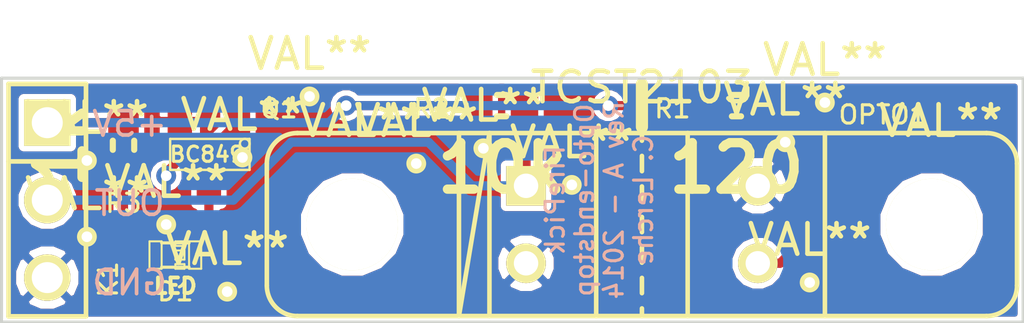
<source format=kicad_pcb>
(kicad_pcb (version 3) (host pcbnew "(2013-07-07 BZR 4022)-stable")

  (general
    (links 24)
    (no_connects 0)
    (area 175.487223 163.065 209.512777 174.146201)
    (thickness 1.6)
    (drawings 9)
    (tracks 35)
    (zones 0)
    (modules 21)
    (nets 7)
  )

  (page A3)
  (layers
    (15 F.Cu signal)
    (0 B.Cu signal)
    (16 B.Adhes user)
    (17 F.Adhes user)
    (18 B.Paste user)
    (19 F.Paste user)
    (20 B.SilkS user)
    (21 F.SilkS user)
    (22 B.Mask user)
    (23 F.Mask user)
    (24 Dwgs.User user)
    (25 Cmts.User user)
    (26 Eco1.User user)
    (27 Eco2.User user)
    (28 Edge.Cuts user)
  )

  (setup
    (last_trace_width 0.16)
    (user_trace_width 0.16)
    (user_trace_width 0.2)
    (user_trace_width 0.254)
    (user_trace_width 0.3)
    (user_trace_width 0.4)
    (user_trace_width 0.5)
    (user_trace_width 0.6)
    (trace_clearance 0.16)
    (zone_clearance 0.18)
    (zone_45_only no)
    (trace_min 0.16)
    (segment_width 0.2)
    (edge_width 0)
    (via_size 0.65)
    (via_drill 0.35)
    (via_min_size 0.65)
    (via_min_drill 0.35)
    (user_via 0.65 0.35)
    (user_via 0.7 0.4)
    (user_via 0.8 0)
    (uvia_size 0.508)
    (uvia_drill 0.127)
    (uvias_allowed no)
    (uvia_min_size 0.508)
    (uvia_min_drill 0.127)
    (pcb_text_width 0.3)
    (pcb_text_size 1.5 1.5)
    (mod_edge_width 0.15)
    (mod_text_size 1 1)
    (mod_text_width 0.15)
    (pad_size 1.3 1.3)
    (pad_drill 0.8)
    (pad_to_mask_clearance 0)
    (aux_axis_origin 175.7 174.1)
    (visible_elements 7FFF7FFF)
    (pcbplotparams
      (layerselection 3178497)
      (usegerberextensions true)
      (excludeedgelayer true)
      (linewidth 0.150000)
      (plotframeref false)
      (viasonmask false)
      (mode 1)
      (useauxorigin false)
      (hpglpennumber 1)
      (hpglpenspeed 20)
      (hpglpendiameter 15)
      (hpglpenoverlay 2)
      (psnegative false)
      (psa4output false)
      (plotreference true)
      (plotvalue true)
      (plotothertext true)
      (plotinvisibletext false)
      (padsonsilk false)
      (subtractmaskfromsilk false)
      (outputformat 1)
      (mirror false)
      (drillshape 1)
      (scaleselection 1)
      (outputdirectory ""))
  )

  (net 0 "")
  (net 1 +5V)
  (net 2 GND)
  (net 3 N-000002)
  (net 4 N-000003)
  (net 5 N-000005)
  (net 6 OPTO_OUT)

  (net_class Default "This is the default net class."
    (clearance 0.16)
    (trace_width 0.16)
    (via_dia 0.65)
    (via_drill 0.35)
    (uvia_dia 0.508)
    (uvia_drill 0.127)
    (add_net "")
    (add_net +5V)
    (add_net GND)
    (add_net N-000002)
    (add_net N-000003)
    (add_net N-000005)
    (add_net OPTO_OUT)
  )

  (module PIN_ARRAY_3X1 (layer F.Cu) (tedit 53BD46B8) (tstamp 53BD4479)
    (at 177.2 170.1 270)
    (descr "Connecteur 3 pins")
    (tags "CONN DEV")
    (path /53BD44FF)
    (fp_text reference K1 (at 2.6 -2 270) (layer F.SilkS)
      (effects (font (size 0.6 0.6) (thickness 0.1)))
    )
    (fp_text value CONN_3 (at 0 -2.159 270) (layer F.SilkS) hide
      (effects (font (size 1.016 1.016) (thickness 0.1524)))
    )
    (fp_line (start -3.81 1.27) (end -3.81 -1.27) (layer F.SilkS) (width 0.1524))
    (fp_line (start -3.81 -1.27) (end 3.81 -1.27) (layer F.SilkS) (width 0.1524))
    (fp_line (start 3.81 -1.27) (end 3.81 1.27) (layer F.SilkS) (width 0.1524))
    (fp_line (start 3.81 1.27) (end -3.81 1.27) (layer F.SilkS) (width 0.1524))
    (fp_line (start -1.27 -1.27) (end -1.27 1.27) (layer F.SilkS) (width 0.1524))
    (pad 1 thru_hole rect (at -2.54 0 270) (size 1.524 1.524) (drill 1.016)
      (layers *.Cu *.Mask F.SilkS)
      (net 1 +5V)
    )
    (pad 2 thru_hole circle (at 0 0 270) (size 1.524 1.524) (drill 1.016)
      (layers *.Cu *.Mask F.SilkS)
      (net 6 OPTO_OUT)
    )
    (pad 3 thru_hole circle (at 2.54 0 270) (size 1.524 1.524) (drill 1.016)
      (layers *.Cu *.Mask F.SilkS)
      (net 2 GND)
    )
    (model pin_array/pins_array_3x1.wrl
      (at (xyz 0 0 0))
      (scale (xyz 1 1 1))
      (rotate (xyz 0 0 0))
    )
  )

  (module Lerche_TCST2103 (layer F.Cu) (tedit 53BD46EA) (tstamp 53BD4498)
    (at 196.7 170.9)
    (path /53BD3FED)
    (fp_text reference OPTO1 (at 7.9 -3.6) (layer F.SilkS)
      (effects (font (size 0.6 0.6) (thickness 0.1)))
    )
    (fp_text value TCST2103 (at 0 -4.5) (layer F.SilkS)
      (effects (font (size 1 1) (thickness 0.15)))
    )
    (fp_line (start 0 2.75) (end 0 3) (layer F.SilkS) (width 0.15))
    (fp_line (start 0 1.75) (end 0 2.25) (layer F.SilkS) (width 0.15))
    (fp_line (start 0 0.75) (end 0 1.25) (layer F.SilkS) (width 0.15))
    (fp_line (start 0 -2.75) (end 0 -3) (layer F.SilkS) (width 0.15))
    (fp_line (start 0 -1.75) (end 0 -2.25) (layer F.SilkS) (width 0.15))
    (fp_line (start 0 -0.75) (end 0 -1.25) (layer F.SilkS) (width 0.15))
    (fp_line (start 0 0.25) (end 0 -0.25) (layer F.SilkS) (width 0.15))
    (fp_line (start -12.3 2) (end -12.3 -2) (layer F.SilkS) (width 0.15))
    (fp_line (start 11.3 3) (end -11.3 3) (layer F.SilkS) (width 0.15))
    (fp_line (start 12.3 -2) (end 12.3 2) (layer F.SilkS) (width 0.15))
    (fp_line (start -11.3 -3) (end 11.3 -3) (layer F.SilkS) (width 0.15))
    (fp_arc (start -11.3 -2) (end -12.3 -2) (angle 90) (layer F.SilkS) (width 0.15))
    (fp_arc (start -11.3 2) (end -11.3 3) (angle 90) (layer F.SilkS) (width 0.15))
    (fp_arc (start 11.3 2) (end 12.3 2) (angle 90) (layer F.SilkS) (width 0.15))
    (fp_arc (start 11.3 -2) (end 11.3 -3) (angle 90) (layer F.SilkS) (width 0.15))
    (fp_line (start -6 3) (end -5 -3) (layer F.SilkS) (width 0.15))
    (fp_line (start -5 -3) (end -5 3) (layer F.SilkS) (width 0.15))
    (fp_line (start 6 -3) (end 6 3) (layer F.SilkS) (width 0.15))
    (fp_line (start -6 -3) (end -6 3) (layer F.SilkS) (width 0.15))
    (fp_line (start 1.5 -3) (end 1.5 3) (layer F.SilkS) (width 0.15))
    (fp_line (start -1.5 -3) (end -1.5 3) (layer F.SilkS) (width 0.15))
    (fp_circle (center 9.5 0) (end 7.8 0) (layer Cmts.User) (width 0.15))
    (fp_circle (center -9.5 0) (end -7.8 0) (layer Cmts.User) (width 0.15))
    (pad 1 thru_hole rect (at -3.8 -1.27) (size 1.3 1.3) (drill 0.8)
      (layers *.Cu *.Mask F.SilkS)
      (net 6 OPTO_OUT)
    )
    (pad 2 thru_hole circle (at -3.8 1.27) (size 1.3 1.3) (drill 0.8)
      (layers *.Cu *.Mask F.SilkS)
      (net 2 GND)
    )
    (pad 3 thru_hole circle (at 3.8 1.27) (size 1.3 1.3) (drill 0.8)
      (layers *.Cu *.Mask F.SilkS)
      (net 5 N-000005)
    )
    (pad 4 thru_hole circle (at 3.8 -1.27) (size 1.3 1.3) (drill 0.8)
      (layers *.Cu *.Mask F.SilkS)
      (net 2 GND)
    )
  )

  (module Lerche_R0603 (layer F.Cu) (tedit 53BD46E0) (tstamp 53BD44A0)
    (at 199.8 167 180)
    (path /53BD4026)
    (fp_text reference R1 (at 2.1 -0.1 180) (layer F.SilkS)
      (effects (font (size 0.6 0.6) (thickness 0.1)))
    )
    (fp_text value 120 (at 0 -2.04978 180) (layer F.SilkS)
      (effects (font (size 1.524 1.524) (thickness 0.3048)))
    )
    (fp_line (start -0.14986 0.35052) (end 0.14986 0.35052) (layer F.SilkS) (width 0.20066))
    (fp_line (start -0.14986 -0.35052) (end 0.14986 -0.35052) (layer F.SilkS) (width 0.20066))
    (pad 1 smd rect (at -0.7493 0 90) (size 1 0.9)
      (layers F.Cu F.Paste F.Mask)
      (net 5 N-000005)
    )
    (pad 2 smd rect (at 0.7493 0 90) (size 1 0.9)
      (layers F.Cu F.Paste F.Mask)
      (net 1 +5V)
    )
  )

  (module Lerche_R0603 (layer F.Cu) (tedit 53BD46CD) (tstamp 53BD44A8)
    (at 192.1 167 180)
    (path /53BD4033)
    (fp_text reference R2 (at 2.3 -0.1 180) (layer F.SilkS)
      (effects (font (size 0.6 0.6) (thickness 0.1)))
    )
    (fp_text value 10k (at 0 -2.04978 180) (layer F.SilkS)
      (effects (font (size 1.524 1.524) (thickness 0.3048)))
    )
    (fp_line (start -0.14986 0.35052) (end 0.14986 0.35052) (layer F.SilkS) (width 0.20066))
    (fp_line (start -0.14986 -0.35052) (end 0.14986 -0.35052) (layer F.SilkS) (width 0.20066))
    (pad 1 smd rect (at -0.7493 0 90) (size 1 0.9)
      (layers F.Cu F.Paste F.Mask)
      (net 6 OPTO_OUT)
    )
    (pad 2 smd rect (at 0.7493 0 90) (size 1 0.9)
      (layers F.Cu F.Paste F.Mask)
      (net 1 +5V)
    )
  )

  (module Lerche_R0603 (layer F.Cu) (tedit 53BD46C1) (tstamp 53BD44B0)
    (at 179.7 168.3 90)
    (path /53BD41A8)
    (fp_text reference R3 (at -1.9 0 180) (layer F.SilkS)
      (effects (font (size 0.6 0.6) (thickness 0.1)))
    )
    (fp_text value 1k (at 0 -2.04978 90) (layer F.SilkS)
      (effects (font (size 1.524 1.524) (thickness 0.3048)))
    )
    (fp_line (start -0.14986 0.35052) (end 0.14986 0.35052) (layer F.SilkS) (width 0.20066))
    (fp_line (start -0.14986 -0.35052) (end 0.14986 -0.35052) (layer F.SilkS) (width 0.20066))
    (pad 1 smd rect (at -0.7493 0) (size 1 0.9)
      (layers F.Cu F.Paste F.Mask)
      (net 4 N-000003)
    )
    (pad 2 smd rect (at 0.7493 0) (size 1 0.9)
      (layers F.Cu F.Paste F.Mask)
      (net 1 +5V)
    )
  )

  (module LED-0603 (layer F.Cu) (tedit 53BD46B3) (tstamp 53BD44CC)
    (at 181.4 171.9)
    (descr "LED 0603 smd package")
    (tags "LED led 0603 SMD smd SMT smt smdled SMDLED smtled SMTLED")
    (path /53BD419B)
    (attr smd)
    (fp_text reference D1 (at 0 1.2) (layer F.SilkS)
      (effects (font (size 0.6 0.6) (thickness 0.1)))
    )
    (fp_text value LED (at 0 1.016) (layer F.SilkS)
      (effects (font (size 0.508 0.508) (thickness 0.127)))
    )
    (fp_line (start 0.44958 -0.44958) (end 0.44958 0.44958) (layer F.SilkS) (width 0.06604))
    (fp_line (start 0.44958 0.44958) (end 0.84836 0.44958) (layer F.SilkS) (width 0.06604))
    (fp_line (start 0.84836 -0.44958) (end 0.84836 0.44958) (layer F.SilkS) (width 0.06604))
    (fp_line (start 0.44958 -0.44958) (end 0.84836 -0.44958) (layer F.SilkS) (width 0.06604))
    (fp_line (start -0.84836 -0.44958) (end -0.84836 0.44958) (layer F.SilkS) (width 0.06604))
    (fp_line (start -0.84836 0.44958) (end -0.44958 0.44958) (layer F.SilkS) (width 0.06604))
    (fp_line (start -0.44958 -0.44958) (end -0.44958 0.44958) (layer F.SilkS) (width 0.06604))
    (fp_line (start -0.84836 -0.44958) (end -0.44958 -0.44958) (layer F.SilkS) (width 0.06604))
    (fp_line (start 0 -0.44958) (end 0 -0.29972) (layer F.SilkS) (width 0.06604))
    (fp_line (start 0 -0.29972) (end 0.29972 -0.29972) (layer F.SilkS) (width 0.06604))
    (fp_line (start 0.29972 -0.44958) (end 0.29972 -0.29972) (layer F.SilkS) (width 0.06604))
    (fp_line (start 0 -0.44958) (end 0.29972 -0.44958) (layer F.SilkS) (width 0.06604))
    (fp_line (start 0 0.29972) (end 0 0.44958) (layer F.SilkS) (width 0.06604))
    (fp_line (start 0 0.44958) (end 0.29972 0.44958) (layer F.SilkS) (width 0.06604))
    (fp_line (start 0.29972 0.29972) (end 0.29972 0.44958) (layer F.SilkS) (width 0.06604))
    (fp_line (start 0 0.29972) (end 0.29972 0.29972) (layer F.SilkS) (width 0.06604))
    (fp_line (start 0 -0.14986) (end 0 0.14986) (layer F.SilkS) (width 0.06604))
    (fp_line (start 0 0.14986) (end 0.29972 0.14986) (layer F.SilkS) (width 0.06604))
    (fp_line (start 0.29972 -0.14986) (end 0.29972 0.14986) (layer F.SilkS) (width 0.06604))
    (fp_line (start 0 -0.14986) (end 0.29972 -0.14986) (layer F.SilkS) (width 0.06604))
    (fp_line (start 0.44958 -0.39878) (end -0.44958 -0.39878) (layer F.SilkS) (width 0.1016))
    (fp_line (start 0.44958 0.39878) (end -0.44958 0.39878) (layer F.SilkS) (width 0.1016))
    (pad 1 smd rect (at -0.7493 0) (size 0.79756 0.79756)
      (layers F.Cu F.Paste F.Mask)
      (net 4 N-000003)
    )
    (pad 2 smd rect (at 0.7493 0) (size 0.79756 0.79756)
      (layers F.Cu F.Paste F.Mask)
      (net 3 N-000002)
    )
  )

  (module SOT23 (layer F.Cu) (tedit 53BD46DA) (tstamp 53BD455B)
    (at 182.5 168.6 180)
    (tags SOT23)
    (path /53BD4106)
    (fp_text reference Q1 (at -2.3 1.5 180) (layer F.SilkS)
      (effects (font (size 0.6 0.6) (thickness 0.1)))
    )
    (fp_text value BC849 (at 0.0635 0 180) (layer F.SilkS)
      (effects (font (size 0.50038 0.50038) (thickness 0.09906)))
    )
    (fp_circle (center -1.17602 0.35052) (end -1.30048 0.44958) (layer F.SilkS) (width 0.07874))
    (fp_line (start 1.27 -0.508) (end 1.27 0.508) (layer F.SilkS) (width 0.07874))
    (fp_line (start -1.3335 -0.508) (end -1.3335 0.508) (layer F.SilkS) (width 0.07874))
    (fp_line (start 1.27 0.508) (end -1.3335 0.508) (layer F.SilkS) (width 0.07874))
    (fp_line (start -1.3335 -0.508) (end 1.27 -0.508) (layer F.SilkS) (width 0.07874))
    (pad 3 smd rect (at 0 -1.09982 180) (size 0.8001 1.00076)
      (layers F.Cu F.Paste F.Mask)
      (net 3 N-000002)
    )
    (pad 2 smd rect (at 0.9525 1.09982 180) (size 0.8001 1.00076)
      (layers F.Cu F.Paste F.Mask)
      (net 2 GND)
    )
    (pad 1 smd rect (at -0.9525 1.09982 180) (size 0.8001 1.00076)
      (layers F.Cu F.Paste F.Mask)
      (net 6 OPTO_OUT)
    )
    (model smd\SOT23_3.wrl
      (at (xyz 0 0 0))
      (scale (xyz 0.4 0.4 0.4))
      (rotate (xyz 0 0 180))
    )
  )

  (module Lerche_Hole_Mechanical_3mm (layer F.Cu) (tedit 53BD485D) (tstamp 53BD5401)
    (at 187.2 170.9)
    (fp_text reference "" (at 0.4 -5.2) (layer F.SilkS)
      (effects (font (size 1 1) (thickness 0.15)))
    )
    (fp_text value VAL** (at 0.3 -3.4) (layer F.SilkS)
      (effects (font (size 1 1) (thickness 0.15)))
    )
    (pad "" np_thru_hole circle (at 0 0) (size 3 3) (drill 3)
      (layers *.Cu *.Mask F.SilkS)
    )
  )

  (module Lerche_Hole_Mechanical_3mm (layer F.Cu) (tedit 53BD4855) (tstamp 53BD540A)
    (at 206.2 170.9)
    (fp_text reference "" (at 0.4 -5.2) (layer F.SilkS)
      (effects (font (size 1 1) (thickness 0.15)))
    )
    (fp_text value VAL** (at 0.3 -3.4) (layer F.SilkS)
      (effects (font (size 1 1) (thickness 0.15)))
    )
    (pad "" np_thru_hole circle (at 0 0) (size 3 3) (drill 3)
      (layers *.Cu *.Mask F.SilkS)
    )
  )

  (module Lerche_via_0.35_GND_MaskOver (layer F.Cu) (tedit 53BD4878) (tstamp 53BD5F20)
    (at 181.1 170.9)
    (fp_text reference "" (at 0 -2.9) (layer F.SilkS)
      (effects (font (size 1 1) (thickness 0.15)))
    )
    (fp_text value VAL** (at 0 -1.4) (layer F.SilkS)
      (effects (font (size 1 1) (thickness 0.15)))
    )
    (pad "" thru_hole circle (at 0 0) (size 0.65 0.65) (drill 0.35)
      (layers *.Cu *.Mask F.SilkS)
      (net 2 GND)
      (solder_mask_margin -0.4)
      (clearance 0.001)
      (zone_connect 2)
    )
  )

  (module Lerche_via_0.35_GND_MaskOver (layer F.Cu) (tedit 53BD4893) (tstamp 53BD6A40)
    (at 183.6 168.7)
    (fp_text reference "" (at 0 -2.9) (layer F.SilkS)
      (effects (font (size 1 1) (thickness 0.15)))
    )
    (fp_text value VAL** (at 0 -1.4) (layer F.SilkS)
      (effects (font (size 1 1) (thickness 0.15)))
    )
    (pad "" thru_hole circle (at 0 0) (size 0.65 0.65) (drill 0.35)
      (layers *.Cu *.Mask F.SilkS)
      (net 2 GND)
      (solder_mask_margin -0.4)
      (clearance 0.001)
      (zone_connect 2)
    )
  )

  (module Lerche_via_0.35_GND_MaskOver (layer F.Cu) (tedit 53BD4893) (tstamp 53BD6A49)
    (at 189.3 168.9)
    (fp_text reference "" (at 0 -2.9) (layer F.SilkS)
      (effects (font (size 1 1) (thickness 0.15)))
    )
    (fp_text value VAL** (at 0 -1.4) (layer F.SilkS)
      (effects (font (size 1 1) (thickness 0.15)))
    )
    (pad "" thru_hole circle (at 0 0) (size 0.65 0.65) (drill 0.35)
      (layers *.Cu *.Mask F.SilkS)
      (net 2 GND)
      (solder_mask_margin -0.4)
      (clearance 0.001)
      (zone_connect 2)
    )
  )

  (module Lerche_via_0.35_GND_MaskOver (layer F.Cu) (tedit 53BD4893) (tstamp 53BD6A52)
    (at 191.5 168.4)
    (fp_text reference "" (at 0 -2.9) (layer F.SilkS)
      (effects (font (size 1 1) (thickness 0.15)))
    )
    (fp_text value VAL** (at 0 -1.4) (layer F.SilkS)
      (effects (font (size 1 1) (thickness 0.15)))
    )
    (pad "" thru_hole circle (at 0 0) (size 0.65 0.65) (drill 0.35)
      (layers *.Cu *.Mask F.SilkS)
      (net 2 GND)
      (solder_mask_margin -0.4)
      (clearance 0.001)
      (zone_connect 2)
    )
  )

  (module Lerche_via_0.35_GND_MaskOver (layer F.Cu) (tedit 53BD4893) (tstamp 53BD6A5B)
    (at 201.4 168.2)
    (fp_text reference "" (at 0 -2.9) (layer F.SilkS)
      (effects (font (size 1 1) (thickness 0.15)))
    )
    (fp_text value VAL** (at 0 -1.4) (layer F.SilkS)
      (effects (font (size 1 1) (thickness 0.15)))
    )
    (pad "" thru_hole circle (at 0 0) (size 0.65 0.65) (drill 0.35)
      (layers *.Cu *.Mask F.SilkS)
      (net 2 GND)
      (solder_mask_margin -0.4)
      (clearance 0.001)
      (zone_connect 2)
    )
  )

  (module Lerche_via_0.35_GND_MaskOver (layer F.Cu) (tedit 53BD4893) (tstamp 53BD6A64)
    (at 202.7 166.9)
    (fp_text reference "" (at 0 -2.9) (layer F.SilkS)
      (effects (font (size 1 1) (thickness 0.15)))
    )
    (fp_text value VAL** (at 0 -1.4) (layer F.SilkS)
      (effects (font (size 1 1) (thickness 0.15)))
    )
    (pad "" thru_hole circle (at 0 0) (size 0.65 0.65) (drill 0.35)
      (layers *.Cu *.Mask F.SilkS)
      (net 2 GND)
      (solder_mask_margin -0.4)
      (clearance 0.001)
      (zone_connect 2)
    )
  )

  (module Lerche_via_0.35_GND_MaskOver (layer F.Cu) (tedit 53BD4893) (tstamp 53BD6A6D)
    (at 202.2 172.8)
    (fp_text reference "" (at 0 -2.9) (layer F.SilkS)
      (effects (font (size 1 1) (thickness 0.15)))
    )
    (fp_text value VAL** (at 0 -1.4) (layer F.SilkS)
      (effects (font (size 1 1) (thickness 0.15)))
    )
    (pad "" thru_hole circle (at 0 0) (size 0.65 0.65) (drill 0.35)
      (layers *.Cu *.Mask F.SilkS)
      (net 2 GND)
      (solder_mask_margin -0.4)
      (clearance 0.001)
      (zone_connect 2)
    )
  )

  (module Lerche_via_0.35_GND_MaskOver (layer F.Cu) (tedit 53BD4893) (tstamp 53BD6A76)
    (at 194.4 169.6)
    (fp_text reference "" (at 0 -2.9) (layer F.SilkS)
      (effects (font (size 1 1) (thickness 0.15)))
    )
    (fp_text value VAL** (at 0 -1.4) (layer F.SilkS)
      (effects (font (size 1 1) (thickness 0.15)))
    )
    (pad "" thru_hole circle (at 0 0) (size 0.65 0.65) (drill 0.35)
      (layers *.Cu *.Mask F.SilkS)
      (net 2 GND)
      (solder_mask_margin -0.4)
      (clearance 0.001)
      (zone_connect 2)
    )
  )

  (module Lerche_via_0.35_GND_MaskOver (layer F.Cu) (tedit 53BD4893) (tstamp 53BD6A7F)
    (at 183.1 173.1)
    (fp_text reference "" (at 0 -2.9) (layer F.SilkS)
      (effects (font (size 1 1) (thickness 0.15)))
    )
    (fp_text value VAL** (at 0 -1.4) (layer F.SilkS)
      (effects (font (size 1 1) (thickness 0.15)))
    )
    (pad "" thru_hole circle (at 0 0) (size 0.65 0.65) (drill 0.35)
      (layers *.Cu *.Mask F.SilkS)
      (net 2 GND)
      (solder_mask_margin -0.4)
      (clearance 0.001)
      (zone_connect 2)
    )
  )

  (module Lerche_via_0.35_GND_MaskOver (layer F.Cu) (tedit 53BD4893) (tstamp 53BD6A88)
    (at 178.5 171.3)
    (fp_text reference "" (at 0 -2.9) (layer F.SilkS)
      (effects (font (size 1 1) (thickness 0.15)))
    )
    (fp_text value VAL** (at 0 -1.4) (layer F.SilkS)
      (effects (font (size 1 1) (thickness 0.15)))
    )
    (pad "" thru_hole circle (at 0 0) (size 0.65 0.65) (drill 0.35)
      (layers *.Cu *.Mask F.SilkS)
      (net 2 GND)
      (solder_mask_margin -0.4)
      (clearance 0.001)
      (zone_connect 2)
    )
  )

  (module Lerche_via_0.35_GND_MaskOver (layer F.Cu) (tedit 53BD4893) (tstamp 53BD6A91)
    (at 178.5 168.8)
    (fp_text reference "" (at 0 -2.9) (layer F.SilkS)
      (effects (font (size 1 1) (thickness 0.15)))
    )
    (fp_text value VAL** (at 0 -1.4) (layer F.SilkS)
      (effects (font (size 1 1) (thickness 0.15)))
    )
    (pad "" thru_hole circle (at 0 0) (size 0.65 0.65) (drill 0.35)
      (layers *.Cu *.Mask F.SilkS)
      (net 2 GND)
      (solder_mask_margin -0.4)
      (clearance 0.001)
      (zone_connect 2)
    )
  )

  (module Lerche_via_0.35_GND_MaskOver (layer F.Cu) (tedit 53BD4893) (tstamp 53BD6A9A)
    (at 185.8 166.7)
    (fp_text reference "" (at 0 -2.9) (layer F.SilkS)
      (effects (font (size 1 1) (thickness 0.15)))
    )
    (fp_text value VAL** (at 0 -1.4) (layer F.SilkS)
      (effects (font (size 1 1) (thickness 0.15)))
    )
    (pad "" thru_hole circle (at 0 0) (size 0.65 0.65) (drill 0.35)
      (layers *.Cu *.Mask F.SilkS)
      (net 2 GND)
      (solder_mask_margin -0.4)
      (clearance 0.001)
      (zone_connect 2)
    )
  )

  (gr_text GND (at 179.9 172.8) (layer B.SilkS)
    (effects (font (size 0.8 0.8) (thickness 0.12)) (justify mirror))
  )
  (gr_text OUT (at 179.9 170.2) (layer B.SilkS)
    (effects (font (size 0.8 0.8) (thickness 0.12)) (justify mirror))
  )
  (gr_text +5V (at 179.9 167.6) (layer B.SilkS)
    (effects (font (size 0.8 0.8) (thickness 0.12)) (justify mirror))
  )
  (gr_text "FirePick\nOpto-endstop\nRev A - 2014\nC. Lerche" (at 195.3 170.1 90) (layer B.SilkS)
    (effects (font (size 0.6 0.6) (thickness 0.1)) (justify mirror))
  )
  (gr_line (start 196.7 167.7) (end 196.7 166.3) (angle 90) (layer F.SilkS) (width 0.4))
  (gr_line (start 175.7 174.1) (end 175.7 166.1) (angle 90) (layer Edge.Cuts))
  (gr_line (start 209.2 174.1) (end 175.7 174.1) (angle 90) (layer Edge.Cuts))
  (gr_line (start 209.2 166.1) (end 209.2 174.1) (angle 90) (layer Edge.Cuts))
  (gr_line (start 175.7 166.1) (end 209.2 166.1) (angle 90) (layer Edge.Cuts))

  (segment (start 187 167) (end 195.6 167) (width 0.3) (layer B.Cu) (net 1))
  (segment (start 195.6 167) (end 199.0507 167) (width 0.3) (layer F.Cu) (net 1) (tstamp 53BD48E5))
  (via (at 195.6 167) (size 0.65) (drill 0.35) (layers F.Cu B.Cu) (net 1))
  (segment (start 177.2 167.56) (end 186.44 167.56) (width 0.3) (layer B.Cu) (net 1))
  (segment (start 187 167) (end 191.3507 167) (width 0.3) (layer F.Cu) (net 1) (tstamp 53BD48E0))
  (via (at 187 167) (size 0.65) (drill 0.35) (layers F.Cu B.Cu) (net 1))
  (segment (start 186.44 167.56) (end 187 167) (width 0.3) (layer B.Cu) (net 1) (tstamp 53BD48DD))
  (segment (start 177.2 167.56) (end 179.6907 167.56) (width 0.3) (layer F.Cu) (net 1))
  (segment (start 179.6907 167.56) (end 179.7 167.5507) (width 0.3) (layer F.Cu) (net 1) (tstamp 53BD48C7))
  (segment (start 182.1493 171.9) (end 182.1493 170.9507) (width 0.3) (layer F.Cu) (net 3))
  (segment (start 182.5 170.6) (end 182.5 169.69982) (width 0.3) (layer F.Cu) (net 3) (tstamp 53BD48D4))
  (segment (start 182.1493 170.9507) (end 182.5 170.6) (width 0.3) (layer F.Cu) (net 3) (tstamp 53BD48D3))
  (segment (start 180.6507 171.9) (end 180 171.9) (width 0.3) (layer F.Cu) (net 4))
  (segment (start 179.7 171.6) (end 179.7 169.0493) (width 0.3) (layer F.Cu) (net 4) (tstamp 53BD48D8))
  (segment (start 180 171.9) (end 179.7 171.6) (width 0.3) (layer F.Cu) (net 4) (tstamp 53BD48D7))
  (segment (start 200.5 172.17) (end 201.23 172.17) (width 0.3) (layer F.Cu) (net 5))
  (segment (start 201.6 167) (end 200.5493 167) (width 0.3) (layer F.Cu) (net 5) (tstamp 53BD48D0))
  (segment (start 202.4 167.8) (end 201.6 167) (width 0.3) (layer F.Cu) (net 5) (tstamp 53BD48CF))
  (segment (start 202.4 171) (end 202.4 167.8) (width 0.3) (layer F.Cu) (net 5) (tstamp 53BD48CE))
  (segment (start 201.23 172.17) (end 202.4 171) (width 0.3) (layer F.Cu) (net 5) (tstamp 53BD48CD))
  (segment (start 183.4525 167.50018) (end 183.4525 167.5475) (width 0.3) (layer F.Cu) (net 6))
  (segment (start 181.1 169.3) (end 181.1 170.1) (width 0.3) (layer B.Cu) (net 6) (tstamp 53BD48FD))
  (via (at 181.1 169.3) (size 0.65) (drill 0.35) (layers F.Cu B.Cu) (net 6))
  (segment (start 181.1 169.2) (end 181.1 169.3) (width 0.3) (layer F.Cu) (net 6) (tstamp 53BD48FA))
  (segment (start 181.7 168.6) (end 181.1 169.2) (width 0.3) (layer F.Cu) (net 6) (tstamp 53BD48F9))
  (segment (start 182.4 168.6) (end 181.7 168.6) (width 0.3) (layer F.Cu) (net 6) (tstamp 53BD48F8))
  (segment (start 183.4525 167.5475) (end 182.4 168.6) (width 0.3) (layer F.Cu) (net 6) (tstamp 53BD48F7))
  (segment (start 192.9 169.63) (end 191.13 169.63) (width 0.3) (layer B.Cu) (net 6))
  (segment (start 183.3 170.1) (end 181.1 170.1) (width 0.3) (layer B.Cu) (net 6) (tstamp 53BD48F3))
  (segment (start 181.1 170.1) (end 177.2 170.1) (width 0.3) (layer B.Cu) (net 6) (tstamp 53BD4900))
  (segment (start 185.2 168.2) (end 183.3 170.1) (width 0.3) (layer B.Cu) (net 6) (tstamp 53BD48F1))
  (segment (start 189.7 168.2) (end 185.2 168.2) (width 0.3) (layer B.Cu) (net 6) (tstamp 53BD48EF))
  (segment (start 191.13 169.63) (end 189.7 168.2) (width 0.3) (layer B.Cu) (net 6) (tstamp 53BD48ED))
  (segment (start 192.9 169.63) (end 192.9 167.0507) (width 0.3) (layer F.Cu) (net 6))
  (segment (start 192.9 167.0507) (end 192.8493 167) (width 0.3) (layer F.Cu) (net 6) (tstamp 53BD48CA))

  (zone (net 2) (net_name GND) (layer B.Cu) (tstamp 53BD48B5) (hatch edge 0.508)
    (connect_pads (clearance 0.18))
    (min_thickness 0.18)
    (fill (arc_segments 16) (thermal_gap 0.26) (thermal_bridge_width 0.26))
    (polygon
      (pts
        (xy 209.2 174.1) (xy 175.7 174.1) (xy 175.7 166.1) (xy 209.2 166.1)
      )
    )
    (filled_polygon
      (pts
        (xy 208.93 173.83) (xy 207.970306 173.83) (xy 207.970306 170.54947) (xy 207.701408 169.898686) (xy 207.203933 169.400342)
        (xy 206.553619 169.130308) (xy 205.84947 169.129694) (xy 205.198686 169.398592) (xy 204.700342 169.896067) (xy 204.430308 170.546381)
        (xy 204.429694 171.25053) (xy 204.698592 171.901314) (xy 205.196067 172.399658) (xy 205.846381 172.669692) (xy 206.55053 172.670306)
        (xy 207.201314 172.401408) (xy 207.699658 171.903933) (xy 207.969692 171.253619) (xy 207.970306 170.54947) (xy 207.970306 173.83)
        (xy 201.500006 173.83) (xy 201.500006 169.431116) (xy 201.347776 169.063569) (xy 201.347743 169.063522) (xy 201.186765 168.999804)
        (xy 201.130196 169.056373) (xy 201.130196 168.943235) (xy 201.066478 168.782257) (xy 200.698941 168.630006) (xy 200.301116 168.629994)
        (xy 199.933569 168.782224) (xy 199.933522 168.782257) (xy 199.869804 168.943235) (xy 200.5 169.573431) (xy 201.130196 168.943235)
        (xy 201.130196 169.056373) (xy 200.556569 169.63) (xy 201.186765 170.260196) (xy 201.347743 170.196478) (xy 201.499994 169.828941)
        (xy 201.500006 169.431116) (xy 201.500006 173.83) (xy 201.420158 173.83) (xy 201.420158 171.987804) (xy 201.280392 171.649543)
        (xy 201.130196 171.499084) (xy 201.130196 170.316765) (xy 200.5 169.686569) (xy 200.443431 169.743138) (xy 200.443431 169.63)
        (xy 199.813235 168.999804) (xy 199.652257 169.063522) (xy 199.500006 169.431059) (xy 199.499994 169.828884) (xy 199.652224 170.196431)
        (xy 199.652257 170.196478) (xy 199.813235 170.260196) (xy 200.443431 169.63) (xy 200.443431 169.743138) (xy 199.869804 170.316765)
        (xy 199.933522 170.477743) (xy 200.301059 170.629994) (xy 200.698884 170.630006) (xy 201.066431 170.477776) (xy 201.066478 170.477743)
        (xy 201.130196 170.316765) (xy 201.130196 171.499084) (xy 201.021818 171.390517) (xy 200.683802 171.250161) (xy 200.317804 171.249842)
        (xy 199.979543 171.389608) (xy 199.720517 171.648182) (xy 199.580161 171.986198) (xy 199.579842 172.352196) (xy 199.719608 172.690457)
        (xy 199.978182 172.949483) (xy 200.316198 173.089839) (xy 200.682196 173.090158) (xy 201.020457 172.950392) (xy 201.279483 172.691818)
        (xy 201.419839 172.353802) (xy 201.420158 171.987804) (xy 201.420158 173.83) (xy 196.195103 173.83) (xy 196.195103 166.882166)
        (xy 196.104711 166.6634) (xy 195.937481 166.495877) (xy 195.718872 166.405103) (xy 195.482166 166.404897) (xy 195.2634 166.495289)
        (xy 195.17854 166.58) (xy 187.421456 166.58) (xy 187.337481 166.495877) (xy 187.118872 166.405103) (xy 186.882166 166.404897)
        (xy 186.6634 166.495289) (xy 186.495877 166.662519) (xy 186.405103 166.881128) (xy 186.404998 167.001031) (xy 186.26603 167.14)
        (xy 178.232046 167.14) (xy 178.232046 166.744529) (xy 178.191028 166.645257) (xy 178.115142 166.569239) (xy 178.015941 166.528048)
        (xy 177.908529 166.527954) (xy 176.384529 166.527954) (xy 176.285257 166.568972) (xy 176.209239 166.644858) (xy 176.168048 166.744059)
        (xy 176.167954 166.851471) (xy 176.167954 168.375471) (xy 176.208972 168.474743) (xy 176.284858 168.550761) (xy 176.384059 168.591952)
        (xy 176.491471 168.592046) (xy 178.015471 168.592046) (xy 178.114743 168.551028) (xy 178.190761 168.475142) (xy 178.231952 168.375941)
        (xy 178.232046 168.268529) (xy 178.232046 167.98) (xy 184.82603 167.98) (xy 183.12603 169.68) (xy 181.561529 169.68)
        (xy 181.604123 169.637481) (xy 181.694897 169.418872) (xy 181.695103 169.182166) (xy 181.604711 168.9634) (xy 181.437481 168.795877)
        (xy 181.218872 168.705103) (xy 180.982166 168.704897) (xy 180.7634 168.795289) (xy 180.595877 168.962519) (xy 180.505103 169.181128)
        (xy 180.504897 169.417834) (xy 180.595289 169.6366) (xy 180.638613 169.68) (xy 178.143085 169.68) (xy 178.075397 169.516183)
        (xy 177.785344 169.225623) (xy 177.406178 169.06818) (xy 176.995623 169.067821) (xy 176.616183 169.224603) (xy 176.325623 169.514656)
        (xy 176.16818 169.893822) (xy 176.167821 170.304377) (xy 176.324603 170.683817) (xy 176.614656 170.974377) (xy 176.993822 171.13182)
        (xy 177.404377 171.132179) (xy 177.783817 170.975397) (xy 178.074377 170.685344) (xy 178.143033 170.52) (xy 181.1 170.52)
        (xy 183.3 170.52) (xy 183.460727 170.488029) (xy 183.596985 170.396985) (xy 185.373969 168.62) (xy 189.52603 168.62)
        (xy 190.833015 169.926985) (xy 190.969273 170.018029) (xy 191.13 170.05) (xy 191.979954 170.05) (xy 191.979954 170.333471)
        (xy 192.020972 170.432743) (xy 192.096858 170.508761) (xy 192.196059 170.549952) (xy 192.303471 170.550046) (xy 193.603471 170.550046)
        (xy 193.702743 170.509028) (xy 193.778761 170.433142) (xy 193.819952 170.333941) (xy 193.820046 170.226529) (xy 193.820046 168.926529)
        (xy 193.779028 168.827257) (xy 193.703142 168.751239) (xy 193.603941 168.710048) (xy 193.496529 168.709954) (xy 192.196529 168.709954)
        (xy 192.097257 168.750972) (xy 192.021239 168.826858) (xy 191.980048 168.926059) (xy 191.979954 169.033471) (xy 191.979954 169.21)
        (xy 191.30397 169.21) (xy 189.996985 167.903015) (xy 189.860727 167.811971) (xy 189.7 167.78) (xy 186.813969 167.78)
        (xy 186.998969 167.594999) (xy 187.117834 167.595103) (xy 187.3366 167.504711) (xy 187.421459 167.42) (xy 195.178543 167.42)
        (xy 195.262519 167.504123) (xy 195.481128 167.594897) (xy 195.717834 167.595103) (xy 195.9366 167.504711) (xy 196.104123 167.337481)
        (xy 196.194897 167.118872) (xy 196.195103 166.882166) (xy 196.195103 173.83) (xy 193.900006 173.83) (xy 193.900006 171.971116)
        (xy 193.747776 171.603569) (xy 193.747743 171.603522) (xy 193.586765 171.539804) (xy 193.530196 171.596373) (xy 193.530196 171.483235)
        (xy 193.466478 171.322257) (xy 193.098941 171.170006) (xy 192.701116 171.169994) (xy 192.333569 171.322224) (xy 192.333522 171.322257)
        (xy 192.269804 171.483235) (xy 192.9 172.113431) (xy 193.530196 171.483235) (xy 193.530196 171.596373) (xy 192.956569 172.17)
        (xy 193.586765 172.800196) (xy 193.747743 172.736478) (xy 193.899994 172.368941) (xy 193.900006 171.971116) (xy 193.900006 173.83)
        (xy 193.530196 173.83) (xy 193.530196 172.856765) (xy 192.9 172.226569) (xy 192.843431 172.283138) (xy 192.843431 172.17)
        (xy 192.213235 171.539804) (xy 192.052257 171.603522) (xy 191.900006 171.971059) (xy 191.899994 172.368884) (xy 192.052224 172.736431)
        (xy 192.052257 172.736478) (xy 192.213235 172.800196) (xy 192.843431 172.17) (xy 192.843431 172.283138) (xy 192.269804 172.856765)
        (xy 192.333522 173.017743) (xy 192.701059 173.169994) (xy 193.098884 173.170006) (xy 193.466431 173.017776) (xy 193.466478 173.017743)
        (xy 193.530196 172.856765) (xy 193.530196 173.83) (xy 188.970306 173.83) (xy 188.970306 170.54947) (xy 188.701408 169.898686)
        (xy 188.203933 169.400342) (xy 187.553619 169.130308) (xy 186.84947 169.129694) (xy 186.198686 169.398592) (xy 185.700342 169.896067)
        (xy 185.430308 170.546381) (xy 185.429694 171.25053) (xy 185.698592 171.901314) (xy 186.196067 172.399658) (xy 186.846381 172.669692)
        (xy 187.55053 172.670306) (xy 188.201314 172.401408) (xy 188.699658 171.903933) (xy 188.969692 171.253619) (xy 188.970306 170.54947)
        (xy 188.970306 173.83) (xy 178.312872 173.83) (xy 178.312872 172.42324) (xy 178.145209 172.013863) (xy 178.140192 172.006353)
        (xy 177.967579 171.92899) (xy 177.91101 171.985559) (xy 177.91101 171.872421) (xy 177.833647 171.699808) (xy 177.425617 171.52889)
        (xy 176.98324 171.527128) (xy 176.573863 171.694791) (xy 176.566353 171.699808) (xy 176.48899 171.872421) (xy 177.2 172.583431)
        (xy 177.91101 171.872421) (xy 177.91101 171.985559) (xy 177.256569 172.64) (xy 177.967579 173.35101) (xy 178.140192 173.273647)
        (xy 178.31111 172.865617) (xy 178.312872 172.42324) (xy 178.312872 173.83) (xy 177.91101 173.83) (xy 177.91101 173.407579)
        (xy 177.2 172.696569) (xy 177.143431 172.753138) (xy 177.143431 172.64) (xy 176.432421 171.92899) (xy 176.259808 172.006353)
        (xy 176.08889 172.414383) (xy 176.087128 172.85676) (xy 176.254791 173.266137) (xy 176.259808 173.273647) (xy 176.432421 173.35101)
        (xy 177.143431 172.64) (xy 177.143431 172.753138) (xy 176.48899 173.407579) (xy 176.566353 173.580192) (xy 176.974383 173.75111)
        (xy 177.41676 173.752872) (xy 177.826137 173.585209) (xy 177.833647 173.580192) (xy 177.91101 173.407579) (xy 177.91101 173.83)
        (xy 175.97 173.83) (xy 175.97 166.37) (xy 208.93 166.37) (xy 208.93 173.83)
      )
    )
  )
  (zone (net 2) (net_name GND) (layer F.Cu) (tstamp 53BD48B6) (hatch edge 0.508)
    (connect_pads (clearance 0.18))
    (min_thickness 0.18)
    (fill (arc_segments 16) (thermal_gap 0.26) (thermal_bridge_width 0.26))
    (polygon
      (pts
        (xy 209.2 174.1) (xy 175.7 174.1) (xy 175.7 166.1) (xy 209.2 166.1)
      )
    )
    (filled_polygon
      (pts
        (xy 208.93 173.83) (xy 207.970306 173.83) (xy 207.970306 170.54947) (xy 207.701408 169.898686) (xy 207.203933 169.400342)
        (xy 206.553619 169.130308) (xy 205.84947 169.129694) (xy 205.198686 169.398592) (xy 204.700342 169.896067) (xy 204.430308 170.546381)
        (xy 204.429694 171.25053) (xy 204.698592 171.901314) (xy 205.196067 172.399658) (xy 205.846381 172.669692) (xy 206.55053 172.670306)
        (xy 207.201314 172.401408) (xy 207.699658 171.903933) (xy 207.969692 171.253619) (xy 207.970306 170.54947) (xy 207.970306 173.83)
        (xy 193.900006 173.83) (xy 193.900006 171.971116) (xy 193.747776 171.603569) (xy 193.747743 171.603522) (xy 193.586765 171.539804)
        (xy 193.530196 171.596373) (xy 193.530196 171.483235) (xy 193.466478 171.322257) (xy 193.098941 171.170006) (xy 192.701116 171.169994)
        (xy 192.333569 171.322224) (xy 192.333522 171.322257) (xy 192.269804 171.483235) (xy 192.9 172.113431) (xy 193.530196 171.483235)
        (xy 193.530196 171.596373) (xy 192.956569 172.17) (xy 193.586765 172.800196) (xy 193.747743 172.736478) (xy 193.899994 172.368941)
        (xy 193.900006 171.971116) (xy 193.900006 173.83) (xy 193.530196 173.83) (xy 193.530196 172.856765) (xy 192.9 172.226569)
        (xy 192.843431 172.283138) (xy 192.843431 172.17) (xy 192.213235 171.539804) (xy 192.052257 171.603522) (xy 191.900006 171.971059)
        (xy 191.899994 172.368884) (xy 192.052224 172.736431) (xy 192.052257 172.736478) (xy 192.213235 172.800196) (xy 192.843431 172.17)
        (xy 192.843431 172.283138) (xy 192.269804 172.856765) (xy 192.333522 173.017743) (xy 192.701059 173.169994) (xy 193.098884 173.170006)
        (xy 193.466431 173.017776) (xy 193.466478 173.017743) (xy 193.530196 172.856765) (xy 193.530196 173.83) (xy 188.970306 173.83)
        (xy 188.970306 170.54947) (xy 188.701408 169.898686) (xy 188.203933 169.400342) (xy 187.553619 169.130308) (xy 186.84947 169.129694)
        (xy 186.198686 169.398592) (xy 185.700342 169.896067) (xy 185.430308 170.546381) (xy 185.429694 171.25053) (xy 185.698592 171.901314)
        (xy 186.196067 172.399658) (xy 186.846381 172.669692) (xy 187.55053 172.670306) (xy 188.201314 172.401408) (xy 188.699658 171.903933)
        (xy 188.969692 171.253619) (xy 188.970306 170.54947) (xy 188.970306 173.83) (xy 184.122596 173.83) (xy 184.122596 167.947089)
        (xy 184.122596 166.946329) (xy 184.081578 166.847057) (xy 184.005692 166.771039) (xy 183.906491 166.729848) (xy 183.799079 166.729754)
        (xy 182.998979 166.729754) (xy 182.899707 166.770772) (xy 182.823689 166.846658) (xy 182.782498 166.945859) (xy 182.782404 167.053271)
        (xy 182.782404 167.623626) (xy 182.270464 168.135565) (xy 182.297489 168.070484) (xy 182.29761 167.931246) (xy 182.29761 167.069114)
        (xy 182.297489 166.929876) (xy 182.244092 166.801283) (xy 182.14555 166.702912) (xy 182.016864 166.64974) (xy 181.675 166.6498)
        (xy 181.5875 166.7373) (xy 181.5875 167.46018) (xy 182.21005 167.46018) (xy 182.29755 167.37268) (xy 182.29761 167.069114)
        (xy 182.29761 167.931246) (xy 182.29755 167.62768) (xy 182.21005 167.54018) (xy 181.5875 167.54018) (xy 181.5875 167.56018)
        (xy 181.5075 167.56018) (xy 181.5075 167.54018) (xy 181.5075 167.46018) (xy 181.5075 166.7373) (xy 181.42 166.6498)
        (xy 181.078136 166.64974) (xy 180.94945 166.702912) (xy 180.850908 166.801283) (xy 180.797511 166.929876) (xy 180.79739 167.069114)
        (xy 180.79745 167.37268) (xy 180.88495 167.46018) (xy 181.5075 167.46018) (xy 181.5075 167.54018) (xy 180.88495 167.54018)
        (xy 180.79745 167.62768) (xy 180.79739 167.931246) (xy 180.797511 168.070484) (xy 180.850908 168.199077) (xy 180.94945 168.297448)
        (xy 181.078136 168.35062) (xy 181.355458 168.350571) (xy 181.001116 168.704913) (xy 180.982166 168.704897) (xy 180.7634 168.795289)
        (xy 180.595877 168.962519) (xy 180.505103 169.181128) (xy 180.504897 169.417834) (xy 180.595289 169.6366) (xy 180.762519 169.804123)
        (xy 180.981128 169.894897) (xy 181.217834 169.895103) (xy 181.4366 169.804711) (xy 181.604123 169.637481) (xy 181.694897 169.418872)
        (xy 181.695088 169.198881) (xy 181.87397 169.02) (xy 181.897532 169.02) (xy 181.871189 169.046298) (xy 181.829998 169.145499)
        (xy 181.829904 169.252911) (xy 181.829904 170.253671) (xy 181.870922 170.352943) (xy 181.946808 170.428961) (xy 182.03885 170.467179)
        (xy 181.852315 170.653715) (xy 181.761271 170.789973) (xy 181.7293 170.9507) (xy 181.7293 171.231174) (xy 181.697049 171.231174)
        (xy 181.597777 171.272192) (xy 181.521759 171.348078) (xy 181.480568 171.447279) (xy 181.480474 171.554691) (xy 181.480474 172.352251)
        (xy 181.521492 172.451523) (xy 181.597378 172.527541) (xy 181.696579 172.568732) (xy 181.803991 172.568826) (xy 182.601551 172.568826)
        (xy 182.700823 172.527808) (xy 182.776841 172.451922) (xy 182.818032 172.352721) (xy 182.818126 172.245309) (xy 182.818126 171.447749)
        (xy 182.777108 171.348477) (xy 182.701222 171.272459) (xy 182.602021 171.231268) (xy 182.5693 171.231239) (xy 182.5693 171.124669)
        (xy 182.796981 170.896987) (xy 182.796984 170.896985) (xy 182.796985 170.896985) (xy 182.888029 170.760727) (xy 182.92 170.6)
        (xy 182.92 170.470246) (xy 182.953521 170.470246) (xy 183.052793 170.429228) (xy 183.128811 170.353342) (xy 183.170002 170.254141)
        (xy 183.170096 170.146729) (xy 183.170096 169.145969) (xy 183.129078 169.046697) (xy 183.053192 168.970679) (xy 182.953991 168.929488)
        (xy 182.846579 168.929394) (xy 182.648481 168.929394) (xy 182.696985 168.896985) (xy 183.323363 168.270606) (xy 183.906021 168.270606)
        (xy 184.005293 168.229588) (xy 184.081311 168.153702) (xy 184.122502 168.054501) (xy 184.122596 167.947089) (xy 184.122596 173.83)
        (xy 181.319526 173.83) (xy 181.319526 172.245309) (xy 181.319526 171.447749) (xy 181.278508 171.348477) (xy 181.202622 171.272459)
        (xy 181.103421 171.231268) (xy 180.996009 171.231174) (xy 180.198449 171.231174) (xy 180.12 171.263588) (xy 180.12 169.769346)
        (xy 180.253471 169.769346) (xy 180.352743 169.728328) (xy 180.428761 169.652442) (xy 180.469952 169.553241) (xy 180.470046 169.445829)
        (xy 180.470046 168.545829) (xy 180.470046 167.947229) (xy 180.470046 167.047229) (xy 180.429028 166.947957) (xy 180.353142 166.871939)
        (xy 180.253941 166.830748) (xy 180.146529 166.830654) (xy 179.146529 166.830654) (xy 179.047257 166.871672) (xy 178.971239 166.947558)
        (xy 178.930048 167.046759) (xy 178.929966 167.14) (xy 178.232046 167.14) (xy 178.232046 166.744529) (xy 178.191028 166.645257)
        (xy 178.115142 166.569239) (xy 178.015941 166.528048) (xy 177.908529 166.527954) (xy 176.384529 166.527954) (xy 176.285257 166.568972)
        (xy 176.209239 166.644858) (xy 176.168048 166.744059) (xy 176.167954 166.851471) (xy 176.167954 168.375471) (xy 176.208972 168.474743)
        (xy 176.284858 168.550761) (xy 176.384059 168.591952) (xy 176.491471 168.592046) (xy 178.015471 168.592046) (xy 178.114743 168.551028)
        (xy 178.190761 168.475142) (xy 178.231952 168.375941) (xy 178.232046 168.268529) (xy 178.232046 167.98) (xy 178.929954 167.98)
        (xy 178.929954 168.054171) (xy 178.970972 168.153443) (xy 179.046858 168.229461) (xy 179.146059 168.270652) (xy 179.253471 168.270746)
        (xy 180.253471 168.270746) (xy 180.352743 168.229728) (xy 180.428761 168.153842) (xy 180.469952 168.054641) (xy 180.470046 167.947229)
        (xy 180.470046 168.545829) (xy 180.429028 168.446557) (xy 180.353142 168.370539) (xy 180.253941 168.329348) (xy 180.146529 168.329254)
        (xy 179.146529 168.329254) (xy 179.047257 168.370272) (xy 178.971239 168.446158) (xy 178.930048 168.545359) (xy 178.929954 168.652771)
        (xy 178.929954 169.552771) (xy 178.970972 169.652043) (xy 179.046858 169.728061) (xy 179.146059 169.769252) (xy 179.253471 169.769346)
        (xy 179.28 169.769346) (xy 179.28 171.6) (xy 179.311971 171.760727) (xy 179.403015 171.896985) (xy 179.703015 172.196985)
        (xy 179.839273 172.288029) (xy 179.981874 172.316394) (xy 179.981874 172.352251) (xy 180.022892 172.451523) (xy 180.098778 172.527541)
        (xy 180.197979 172.568732) (xy 180.305391 172.568826) (xy 181.102951 172.568826) (xy 181.202223 172.527808) (xy 181.278241 172.451922)
        (xy 181.319432 172.352721) (xy 181.319526 172.245309) (xy 181.319526 173.83) (xy 178.312872 173.83) (xy 178.312872 172.42324)
        (xy 178.232179 172.226214) (xy 178.232179 169.895623) (xy 178.075397 169.516183) (xy 177.785344 169.225623) (xy 177.406178 169.06818)
        (xy 176.995623 169.067821) (xy 176.616183 169.224603) (xy 176.325623 169.514656) (xy 176.16818 169.893822) (xy 176.167821 170.304377)
        (xy 176.324603 170.683817) (xy 176.614656 170.974377) (xy 176.993822 171.13182) (xy 177.404377 171.132179) (xy 177.783817 170.975397)
        (xy 178.074377 170.685344) (xy 178.23182 170.306178) (xy 178.232179 169.895623) (xy 178.232179 172.226214) (xy 178.145209 172.013863)
        (xy 178.140192 172.006353) (xy 177.967579 171.92899) (xy 177.91101 171.985559) (xy 177.91101 171.872421) (xy 177.833647 171.699808)
        (xy 177.425617 171.52889) (xy 176.98324 171.527128) (xy 176.573863 171.694791) (xy 176.566353 171.699808) (xy 176.48899 171.872421)
        (xy 177.2 172.583431) (xy 177.91101 171.872421) (xy 177.91101 171.985559) (xy 177.256569 172.64) (xy 177.967579 173.35101)
        (xy 178.140192 173.273647) (xy 178.31111 172.865617) (xy 178.312872 172.42324) (xy 178.312872 173.83) (xy 177.91101 173.83)
        (xy 177.91101 173.407579) (xy 177.2 172.696569) (xy 177.143431 172.753138) (xy 177.143431 172.64) (xy 176.432421 171.92899)
        (xy 176.259808 172.006353) (xy 176.08889 172.414383) (xy 176.087128 172.85676) (xy 176.254791 173.266137) (xy 176.259808 173.273647)
        (xy 176.432421 173.35101) (xy 177.143431 172.64) (xy 177.143431 172.753138) (xy 176.48899 173.407579) (xy 176.566353 173.580192)
        (xy 176.974383 173.75111) (xy 177.41676 173.752872) (xy 177.826137 173.585209) (xy 177.833647 173.580192) (xy 177.91101 173.407579)
        (xy 177.91101 173.83) (xy 175.97 173.83) (xy 175.97 166.37) (xy 190.662329 166.37) (xy 190.630748 166.446059)
        (xy 190.630654 166.553471) (xy 190.630654 166.58) (xy 187.421456 166.58) (xy 187.337481 166.495877) (xy 187.118872 166.405103)
        (xy 186.882166 166.404897) (xy 186.6634 166.495289) (xy 186.495877 166.662519) (xy 186.405103 166.881128) (xy 186.404897 167.117834)
        (xy 186.495289 167.3366) (xy 186.662519 167.504123) (xy 186.881128 167.594897) (xy 187.117834 167.595103) (xy 187.3366 167.504711)
        (xy 187.421459 167.42) (xy 190.630654 167.42) (xy 190.630654 167.553471) (xy 190.671672 167.652743) (xy 190.747558 167.728761)
        (xy 190.846759 167.769952) (xy 190.954171 167.770046) (xy 191.854171 167.770046) (xy 191.953443 167.729028) (xy 192.029461 167.653142)
        (xy 192.070652 167.553941) (xy 192.070746 167.446529) (xy 192.070746 166.446529) (xy 192.039125 166.37) (xy 192.160929 166.37)
        (xy 192.129348 166.446059) (xy 192.129254 166.553471) (xy 192.129254 167.553471) (xy 192.170272 167.652743) (xy 192.246158 167.728761)
        (xy 192.345359 167.769952) (xy 192.452771 167.770046) (xy 192.48 167.770046) (xy 192.48 168.709954) (xy 192.196529 168.709954)
        (xy 192.097257 168.750972) (xy 192.021239 168.826858) (xy 191.980048 168.926059) (xy 191.979954 169.033471) (xy 191.979954 170.333471)
        (xy 192.020972 170.432743) (xy 192.096858 170.508761) (xy 192.196059 170.549952) (xy 192.303471 170.550046) (xy 193.603471 170.550046)
        (xy 193.702743 170.509028) (xy 193.778761 170.433142) (xy 193.819952 170.333941) (xy 193.820046 170.226529) (xy 193.820046 168.926529)
        (xy 193.779028 168.827257) (xy 193.703142 168.751239) (xy 193.603941 168.710048) (xy 193.496529 168.709954) (xy 193.32 168.709954)
        (xy 193.32 167.770046) (xy 193.352771 167.770046) (xy 193.452043 167.729028) (xy 193.528061 167.653142) (xy 193.569252 167.553941)
        (xy 193.569346 167.446529) (xy 193.569346 166.446529) (xy 193.537725 166.37) (xy 198.362329 166.37) (xy 198.330748 166.446059)
        (xy 198.330654 166.553471) (xy 198.330654 166.58) (xy 196.021456 166.58) (xy 195.937481 166.495877) (xy 195.718872 166.405103)
        (xy 195.482166 166.404897) (xy 195.2634 166.495289) (xy 195.095877 166.662519) (xy 195.005103 166.881128) (xy 195.004897 167.117834)
        (xy 195.095289 167.3366) (xy 195.262519 167.504123) (xy 195.481128 167.594897) (xy 195.717834 167.595103) (xy 195.9366 167.504711)
        (xy 196.021459 167.42) (xy 198.330654 167.42) (xy 198.330654 167.553471) (xy 198.371672 167.652743) (xy 198.447558 167.728761)
        (xy 198.546759 167.769952) (xy 198.654171 167.770046) (xy 199.554171 167.770046) (xy 199.653443 167.729028) (xy 199.729461 167.653142)
        (xy 199.770652 167.553941) (xy 199.770746 167.446529) (xy 199.770746 166.446529) (xy 199.739125 166.37) (xy 199.860929 166.37)
        (xy 199.829348 166.446059) (xy 199.829254 166.553471) (xy 199.829254 167.553471) (xy 199.870272 167.652743) (xy 199.946158 167.728761)
        (xy 200.045359 167.769952) (xy 200.152771 167.770046) (xy 201.052771 167.770046) (xy 201.152043 167.729028) (xy 201.228061 167.653142)
        (xy 201.269252 167.553941) (xy 201.269346 167.446529) (xy 201.269346 167.42) (xy 201.42603 167.42) (xy 201.98 167.973969)
        (xy 201.98 170.82603) (xy 201.500006 171.306023) (xy 201.500006 169.431116) (xy 201.347776 169.063569) (xy 201.347743 169.063522)
        (xy 201.186765 168.999804) (xy 201.130196 169.056373) (xy 201.130196 168.943235) (xy 201.066478 168.782257) (xy 200.698941 168.630006)
        (xy 200.301116 168.629994) (xy 199.933569 168.782224) (xy 199.933522 168.782257) (xy 199.869804 168.943235) (xy 200.5 169.573431)
        (xy 201.130196 168.943235) (xy 201.130196 169.056373) (xy 200.556569 169.63) (xy 201.186765 170.260196) (xy 201.347743 170.196478)
        (xy 201.499994 169.828941) (xy 201.500006 169.431116) (xy 201.500006 171.306023) (xy 201.218493 171.587536) (xy 201.130196 171.499084)
        (xy 201.130196 170.316765) (xy 200.5 169.686569) (xy 200.443431 169.743138) (xy 200.443431 169.63) (xy 199.813235 168.999804)
        (xy 199.652257 169.063522) (xy 199.500006 169.431059) (xy 199.499994 169.828884) (xy 199.652224 170.196431) (xy 199.652257 170.196478)
        (xy 199.813235 170.260196) (xy 200.443431 169.63) (xy 200.443431 169.743138) (xy 199.869804 170.316765) (xy 199.933522 170.477743)
        (xy 200.301059 170.629994) (xy 200.698884 170.630006) (xy 201.066431 170.477776) (xy 201.066478 170.477743) (xy 201.130196 170.316765)
        (xy 201.130196 171.499084) (xy 201.021818 171.390517) (xy 200.683802 171.250161) (xy 200.317804 171.249842) (xy 199.979543 171.389608)
        (xy 199.720517 171.648182) (xy 199.580161 171.986198) (xy 199.579842 172.352196) (xy 199.719608 172.690457) (xy 199.978182 172.949483)
        (xy 200.316198 173.089839) (xy 200.682196 173.090158) (xy 201.020457 172.950392) (xy 201.279483 172.691818) (xy 201.330022 172.570103)
        (xy 201.390727 172.558029) (xy 201.526985 172.466985) (xy 202.696981 171.296987) (xy 202.696984 171.296985) (xy 202.696985 171.296985)
        (xy 202.788028 171.160727) (xy 202.788029 171.160727) (xy 202.814695 171.026667) (xy 202.82 171.000001) (xy 202.819999 171)
        (xy 202.82 171) (xy 202.82 167.8) (xy 202.819999 167.799999) (xy 202.82 167.799999) (xy 202.814695 167.773332)
        (xy 202.788029 167.639273) (xy 202.696985 167.503015) (xy 202.696981 167.503012) (xy 201.896985 166.703015) (xy 201.760727 166.611971)
        (xy 201.6 166.58) (xy 201.269346 166.58) (xy 201.269346 166.446529) (xy 201.237725 166.37) (xy 208.93 166.37)
        (xy 208.93 173.83)
      )
    )
  )
)

</source>
